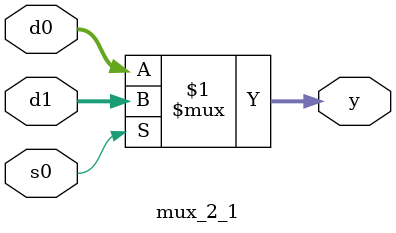
<source format=sv>

module mux_2_1(input logic[1:0] d0,d1,
				input logic s0,
				output logic[1:0] y);
	assign y= s0?d1:d0;
	endmodule
</source>
